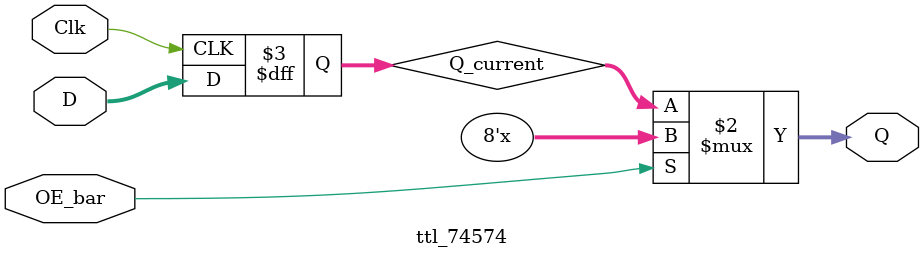
<source format=v>

module ttl_74574 #(parameter WIDTH = 8, DELAY_RISE = 0, DELAY_FALL = 0)
(
  input OE_bar,
  input [WIDTH-1:0] D,
  input Clk,
  output [WIDTH-1:0] Q
);

//------------------------------------------------//
reg [WIDTH-1:0] Q_current;

always @(posedge Clk)
begin
  Q_current <= D;
end
//------------------------------------------------//

assign #(DELAY_RISE, DELAY_FALL) Q = OE_bar ? {(WIDTH){1'bZ}} : Q_current;

endmodule

</source>
